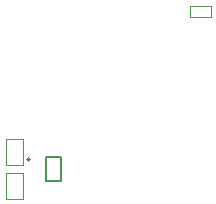
<source format=gbr>
%TF.GenerationSoftware,Altium Limited,Altium Designer,21.2.2 (38)*%
G04 Layer_Color=16711935*
%FSLAX45Y45*%
%MOMM*%
%TF.SameCoordinates,DC8D9031-FEEE-4EB9-A140-7D2FD38E5C7C*%
%TF.FilePolarity,Positive*%
%TF.FileFunction,Other,Mechanical_13*%
%TF.Part,Single*%
G01*
G75*
%TA.AperFunction,NonConductor*%
%ADD25C,0.20000*%
%ADD26C,0.12700*%
%ADD30C,0.10000*%
D25*
X1010000Y1850200D02*
G03*
X1010000Y1850200I-10000J0D01*
G01*
D26*
X1147500Y1670000D02*
X1272500D01*
Y1870000D01*
X1147500D02*
X1272500D01*
X1147500Y1670000D02*
Y1870000D01*
D30*
X807500Y2020000D02*
X952501D01*
X807500Y1800000D02*
X952501D01*
Y2020000D01*
X807500Y1800000D02*
Y2020000D01*
X807500Y1520000D02*
X952500D01*
X807500Y1740000D02*
X952500D01*
X807500Y1520000D02*
Y1740000D01*
X952500Y1520000D02*
Y1740000D01*
X2367500Y3057500D02*
X2542500D01*
X2367500Y3152500D02*
X2542500D01*
Y3057500D02*
Y3152500D01*
X2367500Y3057500D02*
Y3152500D01*
%TF.MD5,5b356e41da1a26a50f26b902fed36c96*%
M02*

</source>
